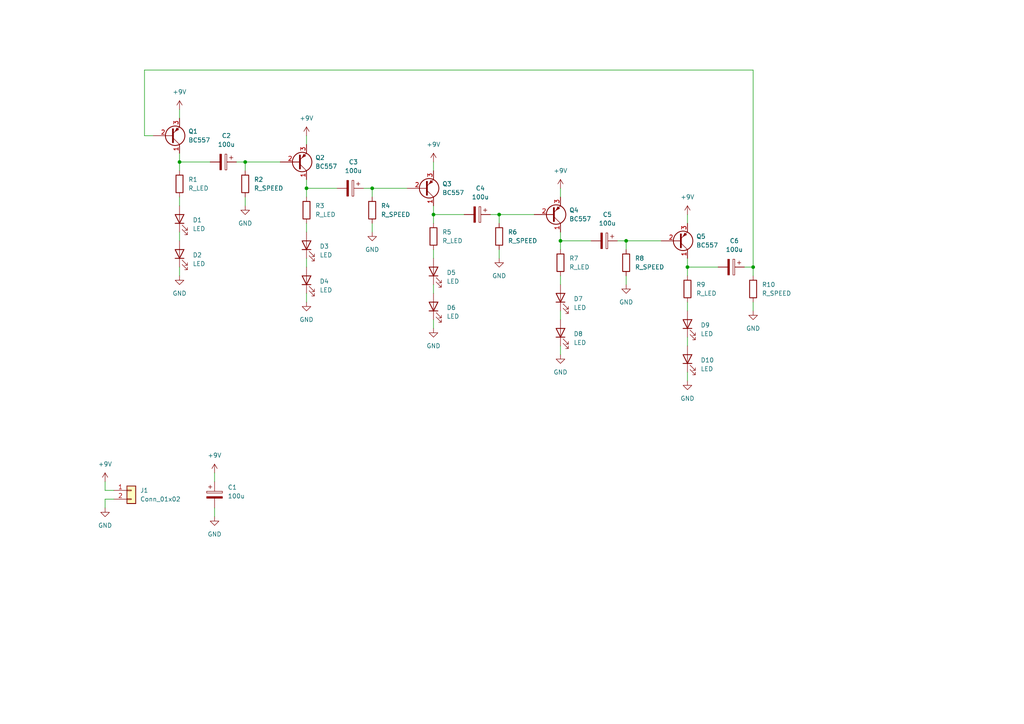
<source format=kicad_sch>
(kicad_sch (version 20211123) (generator eeschema)
  (paper "A4")
  (lib_symbols
    (symbol "Connector_Generic:Conn_01x02" (pin_names (offset 1.016) hide)
      (property "Reference" "J" (at 0 2.54 0))
      (property "Value" "Conn_01x02" (at 0 -5.08 0))
      (symbol "Conn_01x02_1_1"
        (rectangle (start -1.27 -2.413) (end 0 -2.667) (stroke (width 0.1524)))
        (rectangle (start -1.27 0.127) (end 0 -0.127) (stroke (width 0.1524)))
        (rectangle (start -1.27 1.27) (end 1.27 -3.81) (stroke (width 0.254)) (fill (type background)))
        (pin passive line (at -5.08 0 0) (length 3.81) (name "Pin_1") (number "1"))
        (pin passive line (at -5.08 -2.54 0) (length 3.81) (name "Pin_2") (number "2"))
      )
    )
    (symbol "Device:C_Polarized" (pin_numbers hide) (pin_names (offset 0.254))
      (property "Reference" "C" (at 0.635 2.54 0))
      (property "Value" "C_Polarized" (at 0.635 -2.54 0))
      (symbol "C_Polarized_0_1"
        (rectangle (start -2.286 0.508) (end 2.286 1.016))
        (polyline (pts (xy -1.778 2.286) (xy -0.762 2.286)))
        (polyline (pts (xy -1.27 2.794) (xy -1.27 1.778)))
        (rectangle (start 2.286 -0.508) (end -2.286 -1.016) (fill (type outline)))
      )
      (symbol "C_Polarized_1_1"
        (pin passive line (at 0 3.81 270) (length 2.794) (name "~") (number "1"))
        (pin passive line (at 0 -3.81 90) (length 2.794) (name "~") (number "2"))
      )
    )
    (symbol "Device:LED" (pin_numbers hide) (pin_names (offset 1.016) hide)
      (property "Reference" "D" (at 0 2.54 0))
      (property "Value" "LED" (at 0 -2.54 0))
      (symbol "LED_0_1"
        (polyline (pts (xy -1.27 -1.27) (xy -1.27 1.27)) (stroke (width 0.254)))
        (polyline (pts (xy -1.27 0) (xy 1.27 0)))
        (polyline (pts (xy 1.27 -1.27) (xy 1.27 1.27) (xy -1.27 0) (xy 1.27 -1.27)) (stroke (width 0.254)))
        (polyline (pts (xy -3.048 -0.762) (xy -4.572 -2.286) (xy -3.81 -2.286) (xy -4.572 -2.286) (xy -4.572 -1.524)))
        (polyline (pts (xy -1.778 -0.762) (xy -3.302 -2.286) (xy -2.54 -2.286) (xy -3.302 -2.286) (xy -3.302 -1.524)))
      )
      (symbol "LED_1_1"
        (pin passive line (at -3.81 0 0) (length 2.54) (name "K") (number "1"))
        (pin passive line (at 3.81 0 180) (length 2.54) (name "A") (number "2"))
      )
    )
    (symbol "Device:R" (pin_numbers hide) (pin_names (offset 0))
      (property "Reference" "R" (at 2.032 0 90))
      (property "Value" "R" (at 0 0 90))
      (symbol "R_0_1"
        (rectangle (start -1.016 -2.54) (end 1.016 2.54) (stroke (width 0.254)))
      )
      (symbol "R_1_1"
        (pin passive line (at 0 3.81 270) (length 1.27) (name "~") (number "1"))
        (pin passive line (at 0 -3.81 90) (length 1.27) (name "~") (number "2"))
      )
    )
    (symbol "Transistor_BJT:BC557" (pin_names (offset 0) hide)
      (property "Reference" "Q" (at 5.08 1.905 0))
      (property "Value" "BC557" (at 5.08 0 0))
      (symbol "BC557_0_1"
        (polyline (pts (xy 0.635 0.635) (xy 2.54 2.54)))
        (polyline (pts (xy 0.635 -0.635) (xy 2.54 -2.54) (xy 2.54 -2.54)))
        (polyline (pts (xy 0.635 1.905) (xy 0.635 -1.905) (xy 0.635 -1.905)) (stroke (width 0.508)))
        (polyline (pts (xy 2.286 -1.778) (xy 1.778 -2.286) (xy 1.27 -1.27) (xy 2.286 -1.778) (xy 2.286 -1.778)) (fill (type outline)))
        (circle (center 1.27 0) (radius 2.8194) (stroke (width 0.254)))
      )
      (symbol "BC557_1_1"
        (pin passive line (at 2.54 5.08 270) (length 2.54) (name "C") (number "1"))
        (pin input line (at -5.08 0 0) (length 5.715) (name "B") (number "2"))
        (pin passive line (at 2.54 -5.08 90) (length 2.54) (name "E") (number "3"))
      )
    )
    (symbol "power:+9V" (power) (pin_names (offset 0))
      (property "Value" "+9V" (at 0 3.556 0))
      (symbol "+9V_0_1"
        (polyline (pts (xy -0.762 1.27) (xy 0 2.54)))
        (polyline (pts (xy 0 0) (xy 0 2.54)))
        (polyline (pts (xy 0 2.54) (xy 0.762 1.27)))
      )
      (symbol "+9V_1_1"
        (pin power_in line (at 0 0 90) (length 0) hide (name "+9V") (number "1"))
      )
    )
    (symbol "power:GND" (power) (pin_names (offset 0))
      (property "Value" "GND" (at 0 -3.81 0))
      (symbol "GND_0_1"
        (polyline (pts (xy 0 0) (xy 0 -1.27) (xy 1.27 -1.27) (xy 0 -2.54) (xy -1.27 -1.27) (xy 0 -1.27)))
      )
      (symbol "GND_1_1"
        (pin power_in line (at 0 0 270) (length 0) hide (name "GND") (number "1"))
      )
    )
  )
  (junction (at 162.56 69.85))
  (junction (at 199.39 77.47))
  (junction (at 88.9 54.61))
  (junction (at 144.78 62.23))
  (junction (at 107.95 54.61))
  (junction (at 52.07 46.99))
  (junction (at 218.44 77.47))
  (junction (at 71.12 46.99))
  (junction (at 181.61 69.85))
  (junction (at 125.73 62.23))
  (wire (pts (xy 88.9 54.61) (xy 88.9 57.15)))
  (wire (pts (xy 62.23 137.16) (xy 62.23 139.7)))
  (wire (pts (xy 71.12 57.15) (xy 71.12 59.69)))
  (wire (pts (xy 52.07 46.99) (xy 52.07 49.53)))
  (wire (pts (xy 162.56 90.17) (xy 162.56 92.71)))
  (wire (pts (xy 107.95 54.61) (xy 118.11 54.61)))
  (wire (pts (xy 88.9 74.93) (xy 88.9 77.47)))
  (wire (pts (xy 71.12 46.99) (xy 71.12 49.53)))
  (wire (pts (xy 52.07 57.15) (xy 52.07 59.69)))
  (wire (pts (xy 218.44 77.47) (xy 218.44 20.32)))
  (wire (pts (xy 162.56 67.31) (xy 162.56 69.85)))
  (wire (pts (xy 125.73 92.71) (xy 125.73 95.25)))
  (wire (pts (xy 218.44 77.47) (xy 218.44 80.01)))
  (wire (pts (xy 30.48 139.7) (xy 30.48 142.24)))
  (wire (pts (xy 181.61 69.85) (xy 181.61 72.39)))
  (wire (pts (xy 125.73 62.23) (xy 125.73 64.77)))
  (wire (pts (xy 107.95 54.61) (xy 107.95 57.15)))
  (wire (pts (xy 41.91 39.37) (xy 44.45 39.37)))
  (wire (pts (xy 88.9 85.09) (xy 88.9 87.63)))
  (wire (pts (xy 181.61 69.85) (xy 191.77 69.85)))
  (wire (pts (xy 105.41 54.61) (xy 107.95 54.61)))
  (wire (pts (xy 144.78 72.39) (xy 144.78 74.93)))
  (wire (pts (xy 125.73 46.99) (xy 125.73 49.53)))
  (wire (pts (xy 162.56 80.01) (xy 162.56 82.55)))
  (wire (pts (xy 52.07 67.31) (xy 52.07 69.85)))
  (wire (pts (xy 30.48 142.24) (xy 33.02 142.24)))
  (wire (pts (xy 199.39 62.23) (xy 199.39 64.77)))
  (wire (pts (xy 88.9 64.77) (xy 88.9 67.31)))
  (wire (pts (xy 125.73 82.55) (xy 125.73 85.09)))
  (wire (pts (xy 41.91 20.32) (xy 41.91 39.37)))
  (wire (pts (xy 162.56 69.85) (xy 171.45 69.85)))
  (wire (pts (xy 52.07 77.47) (xy 52.07 80.01)))
  (wire (pts (xy 52.07 46.99) (xy 60.96 46.99)))
  (wire (pts (xy 199.39 77.47) (xy 199.39 80.01)))
  (wire (pts (xy 33.02 144.78) (xy 30.48 144.78)))
  (wire (pts (xy 88.9 54.61) (xy 97.79 54.61)))
  (wire (pts (xy 199.39 97.79) (xy 199.39 100.33)))
  (wire (pts (xy 142.24 62.23) (xy 144.78 62.23)))
  (wire (pts (xy 162.56 100.33) (xy 162.56 102.87)))
  (wire (pts (xy 107.95 64.77) (xy 107.95 67.31)))
  (wire (pts (xy 199.39 87.63) (xy 199.39 90.17)))
  (wire (pts (xy 88.9 52.07) (xy 88.9 54.61)))
  (wire (pts (xy 52.07 44.45) (xy 52.07 46.99)))
  (wire (pts (xy 125.73 62.23) (xy 134.62 62.23)))
  (wire (pts (xy 125.73 72.39) (xy 125.73 74.93)))
  (wire (pts (xy 218.44 20.32) (xy 41.91 20.32)))
  (wire (pts (xy 125.73 59.69) (xy 125.73 62.23)))
  (wire (pts (xy 181.61 80.01) (xy 181.61 82.55)))
  (wire (pts (xy 199.39 107.95) (xy 199.39 110.49)))
  (wire (pts (xy 162.56 54.61) (xy 162.56 57.15)))
  (wire (pts (xy 215.9 77.47) (xy 218.44 77.47)))
  (wire (pts (xy 179.07 69.85) (xy 181.61 69.85)))
  (wire (pts (xy 144.78 62.23) (xy 144.78 64.77)))
  (wire (pts (xy 199.39 77.47) (xy 208.28 77.47)))
  (wire (pts (xy 62.23 147.32) (xy 62.23 149.86)))
  (wire (pts (xy 144.78 62.23) (xy 154.94 62.23)))
  (wire (pts (xy 199.39 74.93) (xy 199.39 77.47)))
  (wire (pts (xy 68.58 46.99) (xy 71.12 46.99)))
  (wire (pts (xy 52.07 31.75) (xy 52.07 34.29)))
  (wire (pts (xy 218.44 87.63) (xy 218.44 90.17)))
  (wire (pts (xy 162.56 69.85) (xy 162.56 72.39)))
  (wire (pts (xy 30.48 144.78) (xy 30.48 147.32)))
  (wire (pts (xy 88.9 39.37) (xy 88.9 41.91)))
  (wire (pts (xy 71.12 46.99) (xy 81.28 46.99)))
  (symbol (lib_id "power:+9V") (at 88.9 39.37 0) (unit 1)
    (property "Reference" "#PWR08" (effects hide))
    (property "Value" "+9V" (at 88.9 34.29 0))
  )
  (symbol (lib_id "Device:LED") (at 125.73 88.9 90) (unit 1)
    (property "Reference" "D6" (at 129.54 89.2174 90) (effects (justify right)))
    (property "Value" "LED" (at 129.54 91.7574 90) (effects (justify right)))
    (property "Footprint" "LED_THT:LED_D5.0mm_Clear" (effects hide))
  )
  (symbol (lib_id "power:GND") (at 30.48 147.32 0) (unit 1)
    (property "Reference" "#PWR02" (effects hide))
    (property "Value" "GND" (at 30.48 152.4 0))
  )
  (symbol (lib_id "Device:C_Polarized") (at 138.43 62.23 270) (unit 1)
    (property "Reference" "C4" (at 139.319 54.61 90))
    (property "Value" "100u" (at 139.319 57.15 90))
    (property "Footprint" "Capacitor_THT:CP_Radial_D5.0mm_P2.00mm" (effects hide))
  )
  (symbol (lib_id "power:+9V") (at 162.56 54.61 0) (unit 1)
    (property "Reference" "#PWR014" (effects hide))
    (property "Value" "+9V" (at 162.56 49.53 0))
  )
  (symbol (lib_id "Device:R") (at 144.78 68.58 0) (unit 1)
    (property "Reference" "R6" (at 147.32 67.3099 0) (effects (justify left)))
    (property "Value" "R_SPEED" (at 147.32 69.8499 0) (effects (justify left)))
    (property "Footprint" "Resistor_THT:R_Axial_DIN0207_L6.3mm_D2.5mm_P10.16mm_Horizontal" (effects hide))
  )
  (symbol (lib_id "power:GND") (at 199.39 110.49 0) (unit 1)
    (property "Reference" "#PWR018" (effects hide))
    (property "Value" "GND" (at 199.39 115.57 0))
  )
  (symbol (lib_id "Device:C_Polarized") (at 212.09 77.47 270) (unit 1)
    (property "Reference" "C6" (at 212.979 69.85 90))
    (property "Value" "100u" (at 212.979 72.39 90))
    (property "Footprint" "Capacitor_THT:CP_Radial_D5.0mm_P2.00mm" (effects hide))
  )
  (symbol (lib_id "Device:LED") (at 88.9 81.28 90) (unit 1)
    (property "Reference" "D4" (at 92.71 81.5974 90) (effects (justify right)))
    (property "Value" "LED" (at 92.71 84.1374 90) (effects (justify right)))
    (property "Footprint" "LED_THT:LED_D5.0mm_Clear" (effects hide))
  )
  (symbol (lib_id "power:GND") (at 71.12 59.69 0) (unit 1)
    (property "Reference" "#PWR07" (effects hide))
    (property "Value" "GND" (at 71.12 64.77 0))
  )
  (symbol (lib_id "Device:R") (at 218.44 83.82 0) (unit 1)
    (property "Reference" "R10" (at 220.98 82.5499 0) (effects (justify left)))
    (property "Value" "R_SPEED" (at 220.98 85.0899 0) (effects (justify left)))
    (property "Footprint" "Resistor_THT:R_Axial_DIN0207_L6.3mm_D2.5mm_P10.16mm_Horizontal" (effects hide))
  )
  (symbol (lib_id "Device:C_Polarized") (at 101.6 54.61 270) (unit 1)
    (property "Reference" "C3" (at 102.489 46.99 90))
    (property "Value" "100u" (at 102.489 49.53 90))
    (property "Footprint" "Capacitor_THT:CP_Radial_D5.0mm_P2.00mm" (effects hide))
  )
  (symbol (lib_id "Transistor_BJT:BC557") (at 86.36 46.99 0) (mirror x) (unit 1)
    (property "Reference" "Q2" (at 91.44 45.7199 0) (effects (justify left)))
    (property "Value" "BC557" (at 91.44 48.2599 0) (effects (justify left)))
    (property "Footprint" "Package_TO_SOT_THT:TO-92L_Inline_Wide" (effects hide))
    (property "Datasheet" "https://www.onsemi.com/pub/Collateral/BC556BTA-D.pdf" (effects hide))
  )
  (symbol (lib_id "Device:C_Polarized") (at 64.77 46.99 270) (unit 1)
    (property "Reference" "C2" (at 65.659 39.37 90))
    (property "Value" "100u" (at 65.659 41.91 90))
    (property "Footprint" "Capacitor_THT:CP_Radial_D5.0mm_P2.00mm" (effects hide))
  )
  (symbol (lib_id "Device:C_Polarized") (at 62.23 143.51 0) (unit 1)
    (property "Reference" "C1" (at 66.04 141.3509 0) (effects (justify left)))
    (property "Value" "100u" (at 66.04 143.8909 0) (effects (justify left)))
    (property "Footprint" "Capacitor_THT:CP_Radial_D5.0mm_P2.00mm" (effects hide))
  )
  (symbol (lib_id "Transistor_BJT:BC557") (at 49.53 39.37 0) (mirror x) (unit 1)
    (property "Reference" "Q1" (at 54.61 38.0999 0) (effects (justify left)))
    (property "Value" "BC557" (at 54.61 40.6399 0) (effects (justify left)))
    (property "Footprint" "Package_TO_SOT_THT:TO-92L_Inline_Wide" (effects hide))
    (property "Datasheet" "https://www.onsemi.com/pub/Collateral/BC556BTA-D.pdf" (effects hide))
  )
  (symbol (lib_id "power:+9V") (at 30.48 139.7 0) (unit 1)
    (property "Reference" "#PWR01" (effects hide))
    (property "Value" "+9V" (at 30.48 134.62 0))
  )
  (symbol (lib_id "power:+9V") (at 199.39 62.23 0) (unit 1)
    (property "Reference" "#PWR017" (effects hide))
    (property "Value" "+9V" (at 199.39 57.15 0))
  )
  (symbol (lib_id "Connector_Generic:Conn_01x02") (at 38.1 142.24 0) (unit 1)
    (property "Reference" "J1" (at 40.64 142.2399 0) (effects (justify left)))
    (property "Value" "Conn_01x02" (at 40.64 144.7799 0) (effects (justify left)))
    (property "Footprint" "Connector_PinHeader_2.54mm:PinHeader_1x02_P2.54mm_Vertical" (effects hide))
  )
  (symbol (lib_id "Device:LED") (at 88.9 71.12 90) (unit 1)
    (property "Reference" "D3" (at 92.71 71.4374 90) (effects (justify right)))
    (property "Value" "LED" (at 92.71 73.9774 90) (effects (justify right)))
    (property "Footprint" "LED_THT:LED_D5.0mm_Clear" (effects hide))
  )
  (symbol (lib_id "Device:R") (at 162.56 76.2 0) (unit 1)
    (property "Reference" "R7" (at 165.1 74.9299 0) (effects (justify left)))
    (property "Value" "R_LED" (at 165.1 77.4699 0) (effects (justify left)))
    (property "Footprint" "Resistor_THT:R_Axial_DIN0207_L6.3mm_D2.5mm_P10.16mm_Horizontal" (effects hide))
  )
  (symbol (lib_id "Device:R") (at 199.39 83.82 0) (unit 1)
    (property "Reference" "R9" (at 201.93 82.5499 0) (effects (justify left)))
    (property "Value" "R_LED" (at 201.93 85.0899 0) (effects (justify left)))
    (property "Footprint" "Resistor_THT:R_Axial_DIN0207_L6.3mm_D2.5mm_P10.16mm_Horizontal" (effects hide))
  )
  (symbol (lib_id "Device:LED") (at 52.07 73.66 90) (unit 1)
    (property "Reference" "D2" (at 55.88 73.9774 90) (effects (justify right)))
    (property "Value" "LED" (at 55.88 76.5174 90) (effects (justify right)))
    (property "Footprint" "LED_THT:LED_D5.0mm_Clear" (effects hide))
  )
  (symbol (lib_id "Device:LED") (at 199.39 104.14 90) (unit 1)
    (property "Reference" "D10" (at 203.2 104.4574 90) (effects (justify right)))
    (property "Value" "LED" (at 203.2 106.9974 90) (effects (justify right)))
    (property "Footprint" "LED_THT:LED_D5.0mm_Clear" (effects hide))
  )
  (symbol (lib_id "Device:R") (at 181.61 76.2 0) (unit 1)
    (property "Reference" "R8" (at 184.15 74.9299 0) (effects (justify left)))
    (property "Value" "R_SPEED" (at 184.15 77.4699 0) (effects (justify left)))
    (property "Footprint" "Resistor_THT:R_Axial_DIN0207_L6.3mm_D2.5mm_P10.16mm_Horizontal" (effects hide))
  )
  (symbol (lib_id "Transistor_BJT:BC557") (at 123.19 54.61 0) (mirror x) (unit 1)
    (property "Reference" "Q3" (at 128.27 53.3399 0) (effects (justify left)))
    (property "Value" "BC557" (at 128.27 55.8799 0) (effects (justify left)))
    (property "Footprint" "Package_TO_SOT_THT:TO-92L_Inline_Wide" (effects hide))
    (property "Datasheet" "https://www.onsemi.com/pub/Collateral/BC556BTA-D.pdf" (effects hide))
  )
  (symbol (lib_id "Device:R") (at 107.95 60.96 0) (unit 1)
    (property "Reference" "R4" (at 110.49 59.6899 0) (effects (justify left)))
    (property "Value" "R_SPEED" (at 110.49 62.2299 0) (effects (justify left)))
    (property "Footprint" "Resistor_THT:R_Axial_DIN0207_L6.3mm_D2.5mm_P10.16mm_Horizontal" (effects hide))
  )
  (symbol (lib_id "Device:LED") (at 162.56 96.52 90) (unit 1)
    (property "Reference" "D8" (at 166.37 96.8374 90) (effects (justify right)))
    (property "Value" "LED" (at 166.37 99.3774 90) (effects (justify right)))
    (property "Footprint" "LED_THT:LED_D5.0mm_Clear" (effects hide))
  )
  (symbol (lib_id "power:GND") (at 52.07 80.01 0) (unit 1)
    (property "Reference" "#PWR04" (effects hide))
    (property "Value" "GND" (at 52.07 85.09 0))
  )
  (symbol (lib_id "Transistor_BJT:BC557") (at 160.02 62.23 0) (mirror x) (unit 1)
    (property "Reference" "Q4" (at 165.1 60.9599 0) (effects (justify left)))
    (property "Value" "BC557" (at 165.1 63.4999 0) (effects (justify left)))
    (property "Footprint" "Package_TO_SOT_THT:TO-92L_Inline_Wide" (effects hide))
    (property "Datasheet" "https://www.onsemi.com/pub/Collateral/BC556BTA-D.pdf" (effects hide))
  )
  (symbol (lib_id "power:+9V") (at 62.23 137.16 0) (unit 1)
    (property "Reference" "#PWR05" (effects hide))
    (property "Value" "+9V" (at 62.23 132.08 0))
  )
  (symbol (lib_id "Device:LED") (at 125.73 78.74 90) (unit 1)
    (property "Reference" "D5" (at 129.54 79.0574 90) (effects (justify right)))
    (property "Value" "LED" (at 129.54 81.5974 90) (effects (justify right)))
    (property "Footprint" "LED_THT:LED_D5.0mm_Clear" (effects hide))
  )
  (symbol (lib_id "Device:R") (at 71.12 53.34 0) (unit 1)
    (property "Reference" "R2" (at 73.66 52.0699 0) (effects (justify left)))
    (property "Value" "R_SPEED" (at 73.66 54.6099 0) (effects (justify left)))
    (property "Footprint" "Resistor_THT:R_Axial_DIN0207_L6.3mm_D2.5mm_P10.16mm_Horizontal" (effects hide))
  )
  (symbol (lib_id "power:GND") (at 181.61 82.55 0) (unit 1)
    (property "Reference" "#PWR016" (effects hide))
    (property "Value" "GND" (at 181.61 87.63 0))
  )
  (symbol (lib_id "Device:R") (at 125.73 68.58 0) (unit 1)
    (property "Reference" "R5" (at 128.27 67.3099 0) (effects (justify left)))
    (property "Value" "R_LED" (at 128.27 69.8499 0) (effects (justify left)))
    (property "Footprint" "Resistor_THT:R_Axial_DIN0207_L6.3mm_D2.5mm_P10.16mm_Horizontal" (effects hide))
  )
  (symbol (lib_id "Transistor_BJT:BC557") (at 196.85 69.85 0) (mirror x) (unit 1)
    (property "Reference" "Q5" (at 201.93 68.5799 0) (effects (justify left)))
    (property "Value" "BC557" (at 201.93 71.1199 0) (effects (justify left)))
    (property "Footprint" "Package_TO_SOT_THT:TO-92L_Inline_Wide" (effects hide))
    (property "Datasheet" "https://www.onsemi.com/pub/Collateral/BC556BTA-D.pdf" (effects hide))
  )
  (symbol (lib_id "power:GND") (at 125.73 95.25 0) (unit 1)
    (property "Reference" "#PWR012" (effects hide))
    (property "Value" "GND" (at 125.73 100.33 0))
  )
  (symbol (lib_id "Device:LED") (at 162.56 86.36 90) (unit 1)
    (property "Reference" "D7" (at 166.37 86.6774 90) (effects (justify right)))
    (property "Value" "LED" (at 166.37 89.2174 90) (effects (justify right)))
    (property "Footprint" "LED_THT:LED_D5.0mm_Clear" (effects hide))
  )
  (symbol (lib_id "power:GND") (at 144.78 74.93 0) (unit 1)
    (property "Reference" "#PWR013" (effects hide))
    (property "Value" "GND" (at 144.78 80.01 0))
  )
  (symbol (lib_id "Device:R") (at 88.9 60.96 0) (unit 1)
    (property "Reference" "R3" (at 91.44 59.6899 0) (effects (justify left)))
    (property "Value" "R_LED" (at 91.44 62.2299 0) (effects (justify left)))
    (property "Footprint" "Resistor_THT:R_Axial_DIN0207_L6.3mm_D2.5mm_P10.16mm_Horizontal" (effects hide))
  )
  (symbol (lib_id "power:GND") (at 218.44 90.17 0) (unit 1)
    (property "Reference" "#PWR019" (effects hide))
    (property "Value" "GND" (at 218.44 95.25 0))
  )
  (symbol (lib_id "Device:C_Polarized") (at 175.26 69.85 270) (unit 1)
    (property "Reference" "C5" (at 176.149 62.23 90))
    (property "Value" "100u" (at 176.149 64.77 90))
    (property "Footprint" "Capacitor_THT:CP_Radial_D5.0mm_P2.00mm" (effects hide))
  )
  (symbol (lib_id "power:+9V") (at 52.07 31.75 0) (unit 1)
    (property "Reference" "#PWR03" (effects hide))
    (property "Value" "+9V" (at 52.07 26.67 0))
  )
  (symbol (lib_id "power:GND") (at 62.23 149.86 0) (unit 1)
    (property "Reference" "#PWR06" (effects hide))
    (property "Value" "GND" (at 62.23 154.94 0))
  )
  (symbol (lib_id "power:GND") (at 107.95 67.31 0) (unit 1)
    (property "Reference" "#PWR010" (effects hide))
    (property "Value" "GND" (at 107.95 72.39 0))
  )
  (symbol (lib_id "Device:LED") (at 199.39 93.98 90) (unit 1)
    (property "Reference" "D9" (at 203.2 94.2974 90) (effects (justify right)))
    (property "Value" "LED" (at 203.2 96.8374 90) (effects (justify right)))
    (property "Footprint" "LED_THT:LED_D5.0mm_Clear" (effects hide))
  )
  (symbol (lib_id "Device:R") (at 52.07 53.34 0) (unit 1)
    (property "Reference" "R1" (at 54.61 52.0699 0) (effects (justify left)))
    (property "Value" "R_LED" (at 54.61 54.6099 0) (effects (justify left)))
    (property "Footprint" "Resistor_THT:R_Axial_DIN0207_L6.3mm_D2.5mm_P10.16mm_Horizontal" (effects hide))
  )
  (symbol (lib_id "Device:LED") (at 52.07 63.5 90) (unit 1)
    (property "Reference" "D1" (at 55.88 63.8174 90) (effects (justify right)))
    (property "Value" "LED" (at 55.88 66.3574 90) (effects (justify right)))
    (property "Footprint" "LED_THT:LED_D5.0mm_Clear" (effects hide))
  )
  (symbol (lib_id "power:GND") (at 162.56 102.87 0) (unit 1)
    (property "Reference" "#PWR015" (effects hide))
    (property "Value" "GND" (at 162.56 107.95 0))
  )
  (symbol (lib_id "power:+9V") (at 125.73 46.99 0) (unit 1)
    (property "Reference" "#PWR011" (effects hide))
    (property "Value" "+9V" (at 125.73 41.91 0))
  )
  (symbol (lib_id "power:GND") (at 88.9 87.63 0) (unit 1)
    (property "Reference" "#PWR09" (effects hide))
    (property "Value" "GND" (at 88.9 92.71 0))
  )
)
</source>
